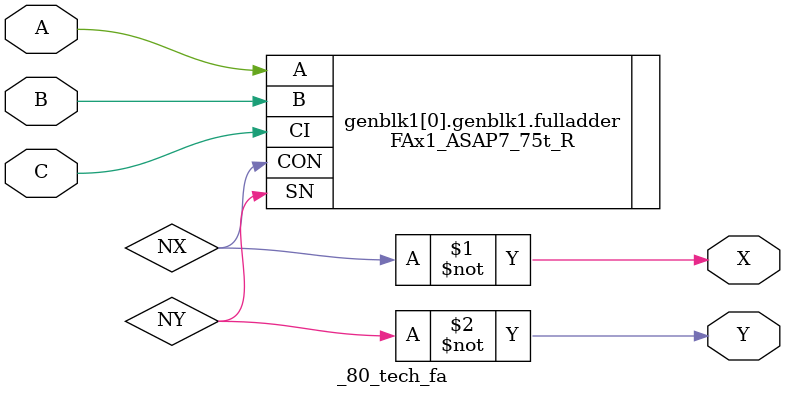
<source format=v>

(* abc9_box, lib_whitebox, techmap_celltype = "$fa" *)
module _80_tech_fa (A, B, C, X, Y);
  parameter WIDTH = 1;
  (* force_downto *)
    input [WIDTH-1 : 0] A, B, C;
  (* force_downto *)
    output [WIDTH-1 : 0] X, Y;

  wire [WIDTH-1 : 0] NX, NY;
    
  parameter _TECHMAP_CONSTVAL_A_ = WIDTH'bx;
  parameter _TECHMAP_CONSTVAL_B_ = WIDTH'bx;
  parameter _TECHMAP_CONSTVAL_C_ = WIDTH'bx;
  
  genvar i;
  generate for (i = 0; i < WIDTH; i = i + 1) begin
      if (_TECHMAP_CONSTVAL_A_[i] === 1'b0 || _TECHMAP_CONSTVAL_B_[i] === 1'b0 || _TECHMAP_CONSTVAL_C_[i] === 1'b0) begin
        if (_TECHMAP_CONSTVAL_C_[i] === 1'b0) begin
          HAxp5_ASAP7_75t_R halfadder_Cconst (
              .A(A[i]),
              .B(B[i]),
              .CON(NX[i]), .SN(NY[i])
            );
        end 
        else begin
          if (_TECHMAP_CONSTVAL_B_[i] === 1'b0) begin
            HAxp5_ASAP7_75t_R halfadder_Bconst (
                .A(A[i]),
                .B(C[i]),
                .CON(NX[i]), .SN(NY[i])
              );
          end
          else begin
            HAxp5_ASAP7_75t_R halfadder_Aconst (
                .A(B[i]),
                .B(C[i]),
                .CON(NX[i]), .SN(NY[i])
              );
          end
        end
      end
      else begin
        FAx1_ASAP7_75t_R fulladder (
            .A(A[i]), .B(B[i]), .CI(C[i]), .CON(NX[i]), .SN(NY[i])
          );
      end

      assign X[i] = ~NX[i];
      assign Y[i] = ~NY[i];
    
    end endgenerate

endmodule

</source>
